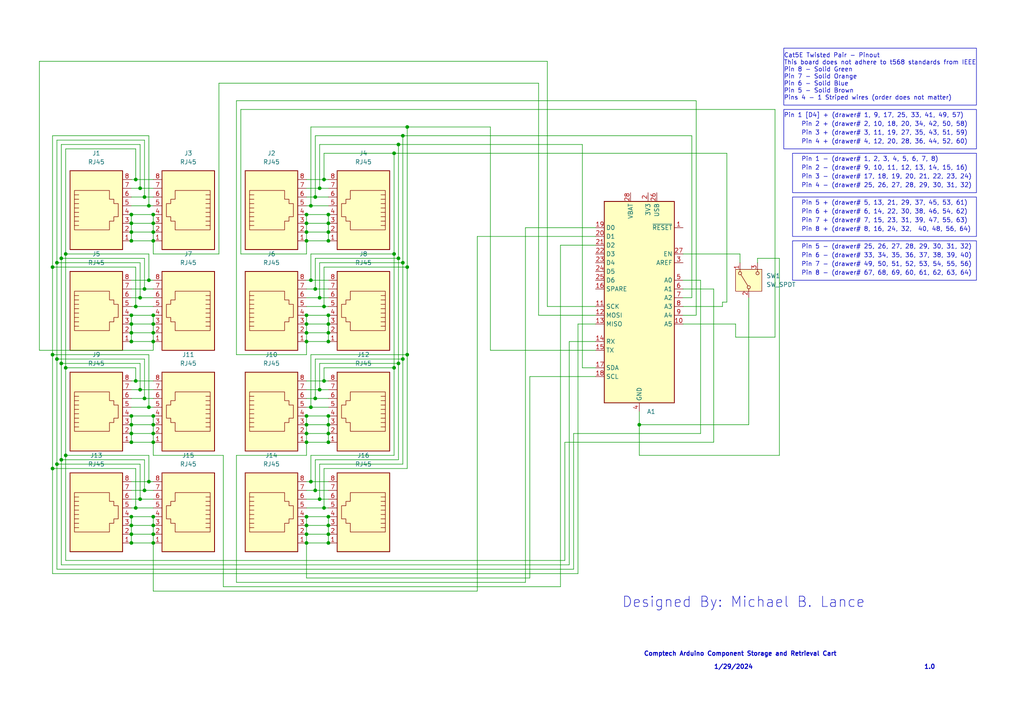
<source format=kicad_sch>
(kicad_sch (version 20230121) (generator eeschema)
  (paper "A4")
  (lib_symbols
    (symbol "Connector:RJ45" (pin_names (offset 1.016))
      (property "Reference" "J" (at -5.08 13.97 0))
      (property "Value" "RJ45" (at 2.54 13.97 0))
      (symbol "RJ45_0_1"
        (polyline (pts (xy -5.08 4.445) (xy -6.35 4.445)))
        (polyline (pts (xy -5.08 5.715) (xy -6.35 5.715)))
        (polyline (pts (xy -6.35 -3.175) (xy -5.08 -3.175) (xy -5.08 -3.175)))
        (polyline (pts (xy -6.35 -1.905) (xy -5.08 -1.905) (xy -5.08 -1.905)))
        (polyline (pts (xy -6.35 -0.635) (xy -5.08 -0.635) (xy -5.08 -0.635)))
        (polyline (pts (xy -6.35 0.635) (xy -5.08 0.635) (xy -5.08 0.635)))
        (polyline (pts (xy -6.35 1.905) (xy -5.08 1.905) (xy -5.08 1.905)))
        (polyline (pts (xy -5.08 3.175) (xy -6.35 3.175) (xy -6.35 3.175)))
        (polyline (pts (xy -6.35 -4.445) (xy -6.35 6.985) (xy 3.81 6.985) (xy 3.81 4.445) (xy 5.08 4.445) (xy 5.08 3.175) (xy 6.35 3.175) (xy 6.35 -0.635) (xy 5.08 -0.635) (xy 5.08 -1.905) (xy 3.81 -1.905) (xy 3.81 -4.445) (xy -6.35 -4.445) (xy -6.35 -4.445)))
        (rectangle (start 7.62 12.7) (end -7.62 -10.16) (stroke (width 0.254)) (fill (type background)))
      )
      (symbol "RJ45_1_1"
        (pin passive line (at 10.16 -7.62 180) (length 2.54) (name "~") (number "1"))
        (pin passive line (at 10.16 -5.08 180) (length 2.54) (name "~") (number "2"))
        (pin passive line (at 10.16 -2.54 180) (length 2.54) (name "~") (number "3"))
        (pin passive line (at 10.16 0 180) (length 2.54) (name "~") (number "4"))
        (pin passive line (at 10.16 2.54 180) (length 2.54) (name "~") (number "5"))
        (pin passive line (at 10.16 5.08 180) (length 2.54) (name "~") (number "6"))
        (pin passive line (at 10.16 7.62 180) (length 2.54) (name "~") (number "7"))
        (pin passive line (at 10.16 10.16 180) (length 2.54) (name "~") (number "8"))
      )
    )
    (symbol "MCU_Module:Adafruit_Feather_Generic"
      (property "Reference" "A" (at -10.16 29.21 0))
      (property "Value" "Adafruit_Feather_Generic" (at 2.54 -31.75 0))
      (symbol "Adafruit_Feather_Generic_0_1"
        (rectangle (start -10.16 27.94) (end 10.16 -30.48) (stroke (width 0.254)) (fill (type background)))
      )
      (symbol "Adafruit_Feather_Generic_1_1"
        (pin input line (at 12.7 20.32 180) (length 2.54) (name "~{RESET}") (number "1"))
        (pin bidirectional line (at 12.7 -7.62 180) (length 2.54) (name "A5") (number "10"))
        (pin bidirectional line (at -12.7 -2.54 0) (length 2.54) (name "SCK") (number "11"))
        (pin bidirectional line (at -12.7 -5.08 0) (length 2.54) (name "MOSI") (number "12"))
        (pin bidirectional line (at -12.7 -7.62 0) (length 2.54) (name "MISO") (number "13"))
        (pin bidirectional line (at -12.7 -12.7 0) (length 2.54) (name "RX") (number "14"))
        (pin bidirectional line (at -12.7 -15.24 0) (length 2.54) (name "TX") (number "15"))
        (pin bidirectional line (at -12.7 2.54 0) (length 2.54) (name "SPARE") (number "16"))
        (pin bidirectional line (at -12.7 -20.32 0) (length 2.54) (name "SDA") (number "17"))
        (pin bidirectional line (at -12.7 -22.86 0) (length 2.54) (name "SCL") (number "18"))
        (pin bidirectional line (at -12.7 20.32 0) (length 2.54) (name "D0") (number "19"))
        (pin power_in line (at 2.54 30.48 270) (length 2.54) (name "3V3") (number "2"))
        (pin bidirectional line (at -12.7 17.78 0) (length 2.54) (name "D1") (number "20"))
        (pin bidirectional line (at -12.7 15.24 0) (length 2.54) (name "D2") (number "21"))
        (pin bidirectional line (at -12.7 12.7 0) (length 2.54) (name "D3") (number "22"))
        (pin bidirectional line (at -12.7 10.16 0) (length 2.54) (name "D4") (number "23"))
        (pin bidirectional line (at -12.7 7.62 0) (length 2.54) (name "D5") (number "24"))
        (pin bidirectional line (at -12.7 5.08 0) (length 2.54) (name "D6") (number "25"))
        (pin power_in line (at 5.08 30.48 270) (length 2.54) (name "USB") (number "26"))
        (pin input line (at 12.7 12.7 180) (length 2.54) (name "EN") (number "27"))
        (pin power_in line (at -2.54 30.48 270) (length 2.54) (name "VBAT") (number "28"))
        (pin input line (at 12.7 10.16 180) (length 2.54) (name "AREF") (number "3"))
        (pin power_in line (at 0 -33.02 90) (length 2.54) (name "GND") (number "4"))
        (pin bidirectional line (at 12.7 5.08 180) (length 2.54) (name "A0") (number "5"))
        (pin bidirectional line (at 12.7 2.54 180) (length 2.54) (name "A1") (number "6"))
        (pin bidirectional line (at 12.7 0 180) (length 2.54) (name "A2") (number "7"))
        (pin bidirectional line (at 12.7 -2.54 180) (length 2.54) (name "A3") (number "8"))
        (pin bidirectional line (at 12.7 -5.08 180) (length 2.54) (name "A4") (number "9"))
      )
    )
    (symbol "Switch:SW_SPDT" (pin_names (offset 0) hide)
      (property "Reference" "SW" (at 0 5.08 0))
      (property "Value" "SW_SPDT" (at 0 -5.08 0))
      (symbol "SW_SPDT_0_1"
        (circle (center -2.032 0) (radius 0.4572))
        (polyline (pts (xy -1.651 0.254) (xy 1.651 2.286)))
        (circle (center 2.032 -2.54) (radius 0.4572))
        (circle (center 2.032 2.54) (radius 0.4572))
      )
      (symbol "SW_SPDT_1_1"
        (rectangle (start -3.175 3.81) (end 3.175 -3.81) (fill (type background)))
        (pin passive line (at 5.08 2.54 180) (length 2.54) (name "A") (number "1"))
        (pin passive line (at -5.08 0 0) (length 2.54) (name "B") (number "2"))
        (pin passive line (at 5.08 -2.54 180) (length 2.54) (name "C") (number "3"))
      )
    )
  )
  (junction (at 38.1 99.06))
  (junction (at 95.25 123.19))
  (junction (at 38.1 67.31))
  (junction (at 44.45 96.52))
  (junction (at 38.1 157.48))
  (junction (at 88.9 157.48))
  (junction (at 38.1 125.73))
  (junction (at 88.9 62.23))
  (junction (at 95.25 125.73))
  (junction (at 95.25 96.52))
  (junction (at 19.05 132.08))
  (junction (at 88.9 154.94))
  (junction (at 114.3 44.45))
  (junction (at 116.84 104.14))
  (junction (at 40.64 144.78))
  (junction (at 185.42 123.19))
  (junction (at 44.45 62.23))
  (junction (at 118.11 36.83))
  (junction (at 44.45 69.85))
  (junction (at 15.24 135.89))
  (junction (at 41.91 83.82))
  (junction (at 44.45 93.98))
  (junction (at 38.1 91.44))
  (junction (at 115.57 74.93))
  (junction (at 95.25 120.65))
  (junction (at 88.9 125.73))
  (junction (at 95.25 91.44))
  (junction (at 91.44 83.82))
  (junction (at 88.9 123.19))
  (junction (at 115.57 105.41))
  (junction (at 90.17 59.69))
  (junction (at 16.51 76.2))
  (junction (at 92.71 86.36))
  (junction (at 95.25 154.94))
  (junction (at 15.24 102.87))
  (junction (at 17.78 105.41))
  (junction (at 88.9 96.52))
  (junction (at 88.9 67.31))
  (junction (at 88.9 149.86))
  (junction (at 95.25 152.4))
  (junction (at 41.91 142.24))
  (junction (at 95.25 69.85))
  (junction (at 40.64 54.61))
  (junction (at 41.91 57.15))
  (junction (at 44.45 128.27))
  (junction (at 38.1 64.77))
  (junction (at 95.25 157.48))
  (junction (at 44.45 154.94))
  (junction (at 92.71 144.78))
  (junction (at 95.25 149.86))
  (junction (at 116.84 39.37))
  (junction (at 19.05 73.66))
  (junction (at 38.1 152.4))
  (junction (at 118.11 102.87))
  (junction (at 92.71 113.03))
  (junction (at 90.17 81.28))
  (junction (at 17.78 74.93))
  (junction (at 38.1 96.52))
  (junction (at 39.37 147.32))
  (junction (at 39.37 110.49))
  (junction (at 43.18 139.7))
  (junction (at 38.1 93.98))
  (junction (at 90.17 139.7))
  (junction (at 95.25 93.98))
  (junction (at 19.05 106.68))
  (junction (at 43.18 81.28))
  (junction (at 93.98 110.49))
  (junction (at 116.84 76.2))
  (junction (at 44.45 120.65))
  (junction (at 38.1 120.65))
  (junction (at 44.45 152.4))
  (junction (at 88.9 64.77))
  (junction (at 91.44 142.24))
  (junction (at 44.45 64.77))
  (junction (at 114.3 73.66))
  (junction (at 44.45 125.73))
  (junction (at 40.64 113.03))
  (junction (at 40.64 86.36))
  (junction (at 88.9 91.44))
  (junction (at 44.45 123.19))
  (junction (at 88.9 99.06))
  (junction (at 43.18 118.11))
  (junction (at 115.57 41.91))
  (junction (at 95.25 64.77))
  (junction (at 15.24 77.47))
  (junction (at 88.9 120.65))
  (junction (at 44.45 99.06))
  (junction (at 38.1 154.94))
  (junction (at 16.51 104.14))
  (junction (at 38.1 62.23))
  (junction (at 92.71 54.61))
  (junction (at 39.37 88.9))
  (junction (at 91.44 57.15))
  (junction (at 43.18 59.69))
  (junction (at 16.51 134.62))
  (junction (at 88.9 93.98))
  (junction (at 44.45 91.44))
  (junction (at 88.9 152.4))
  (junction (at 118.11 77.47))
  (junction (at 93.98 88.9))
  (junction (at 95.25 128.27))
  (junction (at 38.1 149.86))
  (junction (at 90.17 118.11))
  (junction (at 91.44 115.57))
  (junction (at 44.45 157.48))
  (junction (at 44.45 67.31))
  (junction (at 114.3 106.68))
  (junction (at 38.1 128.27))
  (junction (at 95.25 67.31))
  (junction (at 41.91 115.57))
  (junction (at 44.45 149.86))
  (junction (at 93.98 52.07))
  (junction (at 95.25 62.23))
  (junction (at 38.1 123.19))
  (junction (at 95.25 99.06))
  (junction (at 39.37 52.07))
  (junction (at 88.9 69.85))
  (junction (at 38.1 69.85))
  (junction (at 93.98 147.32))
  (junction (at 17.78 133.35))
  (junction (at 88.9 128.27))
  (wire (pts (xy 88.9 167.64) (xy 153.67 167.64)))
  (wire (pts (xy 224.79 97.79) (xy 213.36 97.79)))
  (wire (pts (xy 38.1 57.15) (xy 41.91 57.15)))
  (wire (pts (xy 200.66 39.37) (xy 200.66 86.36)))
  (wire (pts (xy 152.4 66.04) (xy 172.72 66.04)))
  (wire (pts (xy 16.51 165.1) (xy 166.37 165.1)))
  (wire (pts (xy 11.43 101.6) (xy 44.45 101.6)))
  (wire (pts (xy 95.25 62.23) (xy 95.25 64.77)))
  (wire (pts (xy 165.1 99.06) (xy 172.72 99.06)))
  (wire (pts (xy 163.83 128.27) (xy 207.01 128.27)))
  (wire (pts (xy 16.51 40.64) (xy 41.91 40.64)))
  (wire (pts (xy 118.11 135.89) (xy 118.11 102.87)))
  (wire (pts (xy 38.1 149.86) (xy 38.1 152.4)))
  (wire (pts (xy 16.51 134.62) (xy 16.51 165.1)))
  (wire (pts (xy 88.9 96.52) (xy 95.25 96.52)))
  (wire (pts (xy 115.57 41.91) (xy 168.91 41.91)))
  (wire (pts (xy 38.1 128.27) (xy 44.45 128.27)))
  (wire (pts (xy 88.9 123.19) (xy 88.9 125.73)))
  (wire (pts (xy 88.9 83.82) (xy 91.44 83.82)))
  (wire (pts (xy 44.45 91.44) (xy 44.45 93.98)))
  (wire (pts (xy 217.17 123.19) (xy 185.42 123.19)))
  (wire (pts (xy 88.9 102.87) (xy 68.58 102.87)))
  (wire (pts (xy 88.9 81.28) (xy 90.17 81.28)))
  (wire (pts (xy 38.1 67.31) (xy 38.1 69.85)))
  (wire (pts (xy 40.64 41.91) (xy 17.78 41.91)))
  (wire (pts (xy 43.18 132.08) (xy 43.18 139.7)))
  (wire (pts (xy 201.93 91.44) (xy 198.12 91.44)))
  (wire (pts (xy 219.71 76.2) (xy 219.71 74.93)))
  (wire (pts (xy 90.17 118.11) (xy 95.25 118.11)))
  (wire (pts (xy 38.1 152.4) (xy 38.1 154.94)))
  (wire (pts (xy 88.9 69.85) (xy 88.9 73.66)))
  (wire (pts (xy 210.82 44.45) (xy 210.82 87.63)))
  (wire (pts (xy 44.45 99.06) (xy 44.45 101.6)))
  (wire (pts (xy 88.9 147.32) (xy 93.98 147.32)))
  (wire (pts (xy 95.25 91.44) (xy 95.25 93.98)))
  (wire (pts (xy 88.9 93.98) (xy 95.25 93.98)))
  (wire (pts (xy 38.1 118.11) (xy 43.18 118.11)))
  (wire (pts (xy 162.56 170.18) (xy 162.56 71.12)))
  (wire (pts (xy 201.93 29.21) (xy 201.93 91.44)))
  (wire (pts (xy 91.44 142.24) (xy 95.25 142.24)))
  (wire (pts (xy 116.84 39.37) (xy 200.66 39.37)))
  (wire (pts (xy 114.3 44.45) (xy 114.3 73.66)))
  (wire (pts (xy 95.25 120.65) (xy 95.25 123.19)))
  (wire (pts (xy 88.9 113.03) (xy 92.71 113.03)))
  (wire (pts (xy 92.71 113.03) (xy 95.25 113.03)))
  (wire (pts (xy 41.91 133.35) (xy 41.91 142.24)))
  (wire (pts (xy 153.67 109.22) (xy 172.72 109.22)))
  (wire (pts (xy 38.1 154.94) (xy 44.45 154.94)))
  (wire (pts (xy 43.18 73.66) (xy 19.05 73.66)))
  (wire (pts (xy 38.1 154.94) (xy 38.1 157.48)))
  (wire (pts (xy 68.58 168.91) (xy 152.4 168.91)))
  (wire (pts (xy 152.4 168.91) (xy 152.4 66.04)))
  (wire (pts (xy 38.1 67.31) (xy 44.45 67.31)))
  (wire (pts (xy 43.18 102.87) (xy 15.24 102.87)))
  (wire (pts (xy 43.18 39.37) (xy 43.18 59.69)))
  (wire (pts (xy 38.1 93.98) (xy 38.1 96.52)))
  (wire (pts (xy 95.25 93.98) (xy 95.25 96.52)))
  (wire (pts (xy 38.1 125.73) (xy 38.1 128.27)))
  (wire (pts (xy 115.57 133.35) (xy 115.57 105.41)))
  (wire (pts (xy 38.1 113.03) (xy 40.64 113.03)))
  (wire (pts (xy 114.3 73.66) (xy 90.17 73.66)))
  (wire (pts (xy 156.21 91.44) (xy 172.72 91.44)))
  (wire (pts (xy 88.9 115.57) (xy 91.44 115.57)))
  (wire (pts (xy 16.51 76.2) (xy 16.51 104.14)))
  (wire (pts (xy 92.71 134.62) (xy 92.71 144.78)))
  (wire (pts (xy 16.51 134.62) (xy 40.64 134.62)))
  (wire (pts (xy 118.11 102.87) (xy 90.17 102.87)))
  (wire (pts (xy 88.9 142.24) (xy 91.44 142.24)))
  (wire (pts (xy 90.17 59.69) (xy 95.25 59.69)))
  (wire (pts (xy 90.17 81.28) (xy 95.25 81.28)))
  (wire (pts (xy 41.91 83.82) (xy 44.45 83.82)))
  (wire (pts (xy 63.5 24.13) (xy 63.5 73.66)))
  (wire (pts (xy 88.9 128.27) (xy 95.25 128.27)))
  (wire (pts (xy 91.44 133.35) (xy 115.57 133.35)))
  (wire (pts (xy 41.91 104.14) (xy 16.51 104.14)))
  (wire (pts (xy 43.18 139.7) (xy 44.45 139.7)))
  (wire (pts (xy 115.57 74.93) (xy 115.57 105.41)))
  (wire (pts (xy 92.71 76.2) (xy 92.71 86.36)))
  (wire (pts (xy 19.05 132.08) (xy 19.05 162.56)))
  (wire (pts (xy 91.44 115.57) (xy 95.25 115.57)))
  (wire (pts (xy 90.17 132.08) (xy 90.17 139.7)))
  (wire (pts (xy 44.45 69.85) (xy 44.45 73.66)))
  (wire (pts (xy 38.1 62.23) (xy 38.1 64.77)))
  (wire (pts (xy 90.17 73.66) (xy 90.17 81.28)))
  (wire (pts (xy 142.24 101.6) (xy 172.72 101.6)))
  (wire (pts (xy 88.9 73.66) (xy 69.85 73.66)))
  (wire (pts (xy 17.78 105.41) (xy 17.78 133.35)))
  (wire (pts (xy 92.71 86.36) (xy 95.25 86.36)))
  (wire (pts (xy 88.9 62.23) (xy 95.25 62.23)))
  (wire (pts (xy 95.25 123.19) (xy 95.25 125.73)))
  (wire (pts (xy 11.43 17.78) (xy 158.75 17.78)))
  (wire (pts (xy 209.55 87.63) (xy 209.55 88.9)))
  (wire (pts (xy 38.1 59.69) (xy 43.18 59.69)))
  (wire (pts (xy 88.9 120.65) (xy 95.25 120.65)))
  (wire (pts (xy 92.71 41.91) (xy 92.71 54.61)))
  (wire (pts (xy 39.37 135.89) (xy 15.24 135.89)))
  (wire (pts (xy 92.71 144.78) (xy 95.25 144.78)))
  (wire (pts (xy 39.37 88.9) (xy 44.45 88.9)))
  (wire (pts (xy 114.3 106.68) (xy 114.3 132.08)))
  (wire (pts (xy 210.82 87.63) (xy 209.55 87.63)))
  (wire (pts (xy 93.98 147.32) (xy 95.25 147.32)))
  (wire (pts (xy 19.05 106.68) (xy 39.37 106.68)))
  (wire (pts (xy 88.9 157.48) (xy 95.25 157.48)))
  (wire (pts (xy 17.78 74.93) (xy 41.91 74.93)))
  (wire (pts (xy 38.1 142.24) (xy 41.91 142.24)))
  (wire (pts (xy 15.24 102.87) (xy 15.24 135.89)))
  (wire (pts (xy 118.11 77.47) (xy 118.11 102.87)))
  (wire (pts (xy 63.5 24.13) (xy 156.21 24.13)))
  (wire (pts (xy 44.45 73.66) (xy 63.5 73.66)))
  (wire (pts (xy 116.84 76.2) (xy 116.84 104.14)))
  (wire (pts (xy 43.18 132.08) (xy 19.05 132.08)))
  (wire (pts (xy 93.98 110.49) (xy 93.98 106.68)))
  (wire (pts (xy 213.36 97.79) (xy 213.36 93.98)))
  (wire (pts (xy 88.9 125.73) (xy 88.9 128.27)))
  (wire (pts (xy 91.44 104.14) (xy 116.84 104.14)))
  (wire (pts (xy 88.9 149.86) (xy 95.25 149.86)))
  (wire (pts (xy 64.77 132.08) (xy 64.77 170.18)))
  (wire (pts (xy 38.1 147.32) (xy 39.37 147.32)))
  (wire (pts (xy 41.91 115.57) (xy 44.45 115.57)))
  (wire (pts (xy 116.84 134.62) (xy 92.71 134.62)))
  (wire (pts (xy 40.64 105.41) (xy 17.78 105.41)))
  (wire (pts (xy 19.05 43.18) (xy 39.37 43.18)))
  (wire (pts (xy 38.1 144.78) (xy 40.64 144.78)))
  (wire (pts (xy 166.37 125.73) (xy 203.2 125.73)))
  (wire (pts (xy 88.9 157.48) (xy 88.9 167.64)))
  (wire (pts (xy 88.9 139.7) (xy 90.17 139.7)))
  (wire (pts (xy 88.9 154.94) (xy 95.25 154.94)))
  (wire (pts (xy 95.25 152.4) (xy 95.25 154.94)))
  (wire (pts (xy 38.1 52.07) (xy 39.37 52.07)))
  (wire (pts (xy 43.18 81.28) (xy 44.45 81.28)))
  (wire (pts (xy 88.9 64.77) (xy 95.25 64.77)))
  (wire (pts (xy 38.1 64.77) (xy 44.45 64.77)))
  (wire (pts (xy 156.21 24.13) (xy 156.21 91.44)))
  (wire (pts (xy 41.91 57.15) (xy 44.45 57.15)))
  (wire (pts (xy 38.1 125.73) (xy 44.45 125.73)))
  (wire (pts (xy 91.44 57.15) (xy 95.25 57.15)))
  (wire (pts (xy 92.71 105.41) (xy 115.57 105.41)))
  (wire (pts (xy 38.1 64.77) (xy 38.1 67.31)))
  (wire (pts (xy 69.85 31.75) (xy 69.85 73.66)))
  (wire (pts (xy 88.9 96.52) (xy 88.9 99.06)))
  (wire (pts (xy 93.98 135.89) (xy 93.98 147.32)))
  (wire (pts (xy 43.18 73.66) (xy 43.18 81.28)))
  (wire (pts (xy 92.71 113.03) (xy 92.71 105.41)))
  (wire (pts (xy 38.1 123.19) (xy 44.45 123.19)))
  (wire (pts (xy 15.24 39.37) (xy 43.18 39.37)))
  (wire (pts (xy 91.44 74.93) (xy 91.44 83.82)))
  (wire (pts (xy 168.91 41.91) (xy 168.91 106.68)))
  (wire (pts (xy 40.64 144.78) (xy 44.45 144.78)))
  (wire (pts (xy 90.17 139.7) (xy 95.25 139.7)))
  (wire (pts (xy 92.71 54.61) (xy 95.25 54.61)))
  (wire (pts (xy 44.45 62.23) (xy 44.45 64.77)))
  (wire (pts (xy 93.98 88.9) (xy 95.25 88.9)))
  (wire (pts (xy 38.1 120.65) (xy 44.45 120.65)))
  (wire (pts (xy 116.84 39.37) (xy 91.44 39.37)))
  (wire (pts (xy 44.45 132.08) (xy 64.77 132.08)))
  (wire (pts (xy 158.75 88.9) (xy 172.72 88.9)))
  (wire (pts (xy 88.9 64.77) (xy 88.9 67.31)))
  (wire (pts (xy 95.25 154.94) (xy 95.25 157.48)))
  (wire (pts (xy 185.42 119.38) (xy 185.42 123.19)))
  (wire (pts (xy 142.24 36.83) (xy 142.24 101.6)))
  (wire (pts (xy 38.1 83.82) (xy 41.91 83.82)))
  (wire (pts (xy 38.1 62.23) (xy 44.45 62.23)))
  (wire (pts (xy 213.36 93.98) (xy 198.12 93.98)))
  (wire (pts (xy 116.84 39.37) (xy 116.84 76.2)))
  (wire (pts (xy 214.63 76.2) (xy 214.63 73.66)))
  (wire (pts (xy 68.58 29.21) (xy 201.93 29.21)))
  (wire (pts (xy 16.51 104.14) (xy 16.51 134.62)))
  (wire (pts (xy 88.9 57.15) (xy 91.44 57.15)))
  (wire (pts (xy 88.9 54.61) (xy 92.71 54.61)))
  (wire (pts (xy 44.45 149.86) (xy 44.45 152.4)))
  (wire (pts (xy 38.1 110.49) (xy 39.37 110.49)))
  (wire (pts (xy 114.3 73.66) (xy 114.3 106.68)))
  (wire (pts (xy 209.55 88.9) (xy 198.12 88.9)))
  (wire (pts (xy 44.45 125.73) (xy 44.45 128.27)))
  (wire (pts (xy 44.45 154.94) (xy 44.45 157.48)))
  (wire (pts (xy 17.78 74.93) (xy 17.78 105.41)))
  (wire (pts (xy 40.64 86.36) (xy 44.45 86.36)))
  (wire (pts (xy 118.11 77.47) (xy 93.98 77.47)))
  (wire (pts (xy 40.64 105.41) (xy 40.64 113.03)))
  (wire (pts (xy 41.91 104.14) (xy 41.91 115.57)))
  (wire (pts (xy 88.9 93.98) (xy 88.9 96.52)))
  (wire (pts (xy 44.45 171.45) (xy 138.43 171.45)))
  (wire (pts (xy 167.64 166.37) (xy 15.24 166.37)))
  (wire (pts (xy 38.1 152.4) (xy 44.45 152.4)))
  (wire (pts (xy 41.91 142.24) (xy 44.45 142.24)))
  (wire (pts (xy 118.11 36.83) (xy 142.24 36.83)))
  (wire (pts (xy 39.37 135.89) (xy 39.37 147.32)))
  (wire (pts (xy 38.1 96.52) (xy 38.1 99.06)))
  (wire (pts (xy 115.57 41.91) (xy 92.71 41.91)))
  (wire (pts (xy 226.06 74.93) (xy 226.06 132.08)))
  (wire (pts (xy 91.44 39.37) (xy 91.44 57.15)))
  (wire (pts (xy 88.9 67.31) (xy 95.25 67.31)))
  (wire (pts (xy 41.91 40.64) (xy 41.91 57.15)))
  (wire (pts (xy 88.9 120.65) (xy 88.9 123.19)))
  (wire (pts (xy 203.2 81.28) (xy 198.12 81.28)))
  (wire (pts (xy 158.75 17.78) (xy 158.75 88.9)))
  (wire (pts (xy 15.24 77.47) (xy 15.24 39.37)))
  (wire (pts (xy 93.98 135.89) (xy 118.11 135.89)))
  (wire (pts (xy 207.01 83.82) (xy 198.12 83.82)))
  (wire (pts (xy 17.78 133.35) (xy 17.78 163.83)))
  (wire (pts (xy 40.64 76.2) (xy 40.64 86.36)))
  (wire (pts (xy 38.1 91.44) (xy 44.45 91.44)))
  (wire (pts (xy 91.44 83.82) (xy 95.25 83.82)))
  (wire (pts (xy 88.9 91.44) (xy 88.9 93.98)))
  (wire (pts (xy 19.05 73.66) (xy 19.05 106.68)))
  (wire (pts (xy 95.25 125.73) (xy 95.25 128.27)))
  (wire (pts (xy 44.45 123.19) (xy 44.45 125.73)))
  (wire (pts (xy 91.44 133.35) (xy 91.44 142.24)))
  (wire (pts (xy 40.64 41.91) (xy 40.64 54.61)))
  (wire (pts (xy 88.9 62.23) (xy 88.9 64.77)))
  (wire (pts (xy 219.71 74.93) (xy 226.06 74.93)))
  (wire (pts (xy 88.9 99.06) (xy 88.9 102.87)))
  (wire (pts (xy 163.83 162.56) (xy 163.83 128.27)))
  (wire (pts (xy 185.42 123.19) (xy 185.42 132.08)))
  (wire (pts (xy 93.98 110.49) (xy 95.25 110.49)))
  (wire (pts (xy 44.45 120.65) (xy 44.45 123.19)))
  (wire (pts (xy 88.9 59.69) (xy 90.17 59.69)))
  (wire (pts (xy 43.18 59.69) (xy 44.45 59.69)))
  (wire (pts (xy 44.45 152.4) (xy 44.45 154.94)))
  (wire (pts (xy 88.9 86.36) (xy 92.71 86.36)))
  (wire (pts (xy 39.37 43.18) (xy 39.37 52.07)))
  (wire (pts (xy 43.18 102.87) (xy 43.18 118.11)))
  (wire (pts (xy 88.9 144.78) (xy 92.71 144.78)))
  (wire (pts (xy 90.17 36.83) (xy 118.11 36.83)))
  (wire (pts (xy 39.37 106.68) (xy 39.37 110.49)))
  (wire (pts (xy 44.45 93.98) (xy 44.45 96.52)))
  (wire (pts (xy 38.1 139.7) (xy 43.18 139.7)))
  (wire (pts (xy 88.9 152.4) (xy 95.25 152.4)))
  (wire (pts (xy 167.64 93.98) (xy 172.72 93.98)))
  (wire (pts (xy 38.1 99.06) (xy 44.45 99.06)))
  (wire (pts (xy 38.1 93.98) (xy 44.45 93.98)))
  (wire (pts (xy 19.05 73.66) (xy 19.05 43.18)))
  (wire (pts (xy 115.57 41.91) (xy 115.57 74.93)))
  (wire (pts (xy 93.98 44.45) (xy 93.98 52.07)))
  (wire (pts (xy 39.37 77.47) (xy 15.24 77.47)))
  (wire (pts (xy 44.45 67.31) (xy 44.45 69.85)))
  (wire (pts (xy 88.9 123.19) (xy 95.25 123.19)))
  (wire (pts (xy 93.98 106.68) (xy 114.3 106.68)))
  (wire (pts (xy 11.43 101.6) (xy 11.43 17.78)))
  (wire (pts (xy 40.64 76.2) (xy 16.51 76.2)))
  (wire (pts (xy 39.37 77.47) (xy 39.37 88.9)))
  (wire (pts (xy 88.9 152.4) (xy 88.9 154.94)))
  (wire (pts (xy 38.1 115.57) (xy 41.91 115.57)))
  (wire (pts (xy 88.9 110.49) (xy 93.98 110.49)))
  (wire (pts (xy 68.58 29.21) (xy 68.58 102.87)))
  (wire (pts (xy 68.58 132.08) (xy 68.58 168.91)))
  (wire (pts (xy 88.9 128.27) (xy 88.9 132.08)))
  (wire (pts (xy 44.45 157.48) (xy 44.45 171.45)))
  (wire (pts (xy 93.98 77.47) (xy 93.98 88.9)))
  (wire (pts (xy 91.44 115.57) (xy 91.44 104.14)))
  (wire (pts (xy 91.44 74.93) (xy 115.57 74.93)))
  (wire (pts (xy 90.17 102.87) (xy 90.17 118.11)))
  (wire (pts (xy 153.67 167.64) (xy 153.67 109.22)))
  (wire (pts (xy 17.78 133.35) (xy 41.91 133.35)))
  (wire (pts (xy 88.9 67.31) (xy 88.9 69.85)))
  (wire (pts (xy 165.1 163.83) (xy 165.1 99.06)))
  (wire (pts (xy 88.9 118.11) (xy 90.17 118.11)))
  (wire (pts (xy 44.45 128.27) (xy 44.45 132.08)))
  (wire (pts (xy 138.43 171.45) (xy 138.43 68.58)))
  (wire (pts (xy 88.9 99.06) (xy 95.25 99.06)))
  (wire (pts (xy 95.25 67.31) (xy 95.25 69.85)))
  (wire (pts (xy 118.11 36.83) (xy 118.11 77.47)))
  (wire (pts (xy 114.3 132.08) (xy 90.17 132.08)))
  (wire (pts (xy 39.37 110.49) (xy 44.45 110.49)))
  (wire (pts (xy 40.64 134.62) (xy 40.64 144.78)))
  (wire (pts (xy 19.05 162.56) (xy 163.83 162.56)))
  (wire (pts (xy 92.71 76.2) (xy 116.84 76.2)))
  (wire (pts (xy 44.45 64.77) (xy 44.45 67.31)))
  (wire (pts (xy 38.1 91.44) (xy 38.1 93.98)))
  (wire (pts (xy 69.85 31.75) (xy 224.79 31.75)))
  (wire (pts (xy 224.79 31.75) (xy 224.79 97.79)))
  (wire (pts (xy 38.1 54.61) (xy 40.64 54.61)))
  (wire (pts (xy 68.58 132.08) (xy 88.9 132.08)))
  (wire (pts (xy 38.1 69.85) (xy 44.45 69.85)))
  (wire (pts (xy 168.91 106.68) (xy 172.72 106.68)))
  (wire (pts (xy 38.1 96.52) (xy 44.45 96.52)))
  (wire (pts (xy 162.56 71.12) (xy 172.72 71.12)))
  (wire (pts (xy 88.9 154.94) (xy 88.9 157.48)))
  (wire (pts (xy 40.64 113.03) (xy 44.45 113.03)))
  (wire (pts (xy 38.1 81.28) (xy 43.18 81.28)))
  (wire (pts (xy 38.1 157.48) (xy 44.45 157.48)))
  (wire (pts (xy 16.51 76.2) (xy 16.51 40.64)))
  (wire (pts (xy 88.9 125.73) (xy 95.25 125.73)))
  (wire (pts (xy 166.37 165.1) (xy 166.37 125.73)))
  (wire (pts (xy 88.9 91.44) (xy 95.25 91.44)))
  (wire (pts (xy 95.25 64.77) (xy 95.25 67.31)))
  (wire (pts (xy 207.01 128.27) (xy 207.01 83.82)))
  (wire (pts (xy 38.1 123.19) (xy 38.1 125.73)))
  (wire (pts (xy 43.18 118.11) (xy 44.45 118.11)))
  (wire (pts (xy 116.84 104.14) (xy 116.84 134.62)))
  (wire (pts (xy 38.1 149.86) (xy 44.45 149.86)))
  (wire (pts (xy 38.1 86.36) (xy 40.64 86.36)))
  (wire (pts (xy 167.64 166.37) (xy 167.64 93.98)))
  (wire (pts (xy 217.17 86.36) (xy 217.17 123.19)))
  (wire (pts (xy 19.05 132.08) (xy 19.05 106.68)))
  (wire (pts (xy 88.9 149.86) (xy 88.9 152.4)))
  (wire (pts (xy 17.78 163.83) (xy 165.1 163.83)))
  (wire (pts (xy 88.9 69.85) (xy 95.25 69.85)))
  (wire (pts (xy 114.3 44.45) (xy 210.82 44.45)))
  (wire (pts (xy 95.25 96.52) (xy 95.25 99.06)))
  (wire (pts (xy 95.25 149.86) (xy 95.25 152.4)))
  (wire (pts (xy 93.98 44.45) (xy 114.3 44.45)))
  (wire (pts (xy 17.78 41.91) (xy 17.78 74.93)))
  (wire (pts (xy 64.77 170.18) (xy 162.56 170.18)))
  (wire (pts (xy 226.06 132.08) (xy 185.42 132.08)))
  (wire (pts (xy 38.1 120.65) (xy 38.1 123.19)))
  (wire (pts (xy 214.63 73.66) (xy 198.12 73.66)))
  (wire (pts (xy 90.17 36.83) (xy 90.17 59.69)))
  (wire (pts (xy 41.91 74.93) (xy 41.91 83.82)))
  (wire (pts (xy 88.9 52.07) (xy 93.98 52.07)))
  (wire (pts (xy 15.24 135.89) (xy 15.24 166.37)))
  (wire (pts (xy 39.37 52.07) (xy 44.45 52.07)))
  (wire (pts (xy 93.98 52.07) (xy 95.25 52.07)))
  (wire (pts (xy 40.64 54.61) (xy 44.45 54.61)))
  (wire (pts (xy 200.66 86.36) (xy 198.12 86.36)))
  (wire (pts (xy 88.9 88.9) (xy 93.98 88.9)))
  (wire (pts (xy 15.24 77.47) (xy 15.24 102.87)))
  (wire (pts (xy 38.1 88.9) (xy 39.37 88.9)))
  (wire (pts (xy 39.37 147.32) (xy 44.45 147.32)))
  (wire (pts (xy 138.43 68.58) (xy 172.72 68.58)))
  (wire (pts (xy 44.45 96.52) (xy 44.45 99.06)))
  (wire (pts (xy 203.2 125.73) (xy 203.2 81.28)))
  (rectangle (start 227.33 13.97) (end 283.21 30.48))
  (rectangle (start 229.87 57.15) (end 283.21 68.58))
  (rectangle (start 229.87 69.85) (end 283.21 81.28))
  (rectangle (start 227.33 31.75) (end 283.21 43.18))
  (rectangle (start 229.87 44.45) (end 283.21 55.88))
  (text "Pin 8 - (drawer# 67, 68, 69, 60, 61, 62, 63, 64)" (at 232.41 80.01 0) (effects (font (size 1.27 1.27)) (justify left bottom)))
  (text "Pin 6 - (drawer# 33, 34, 35, 36, 37, 38, 39, 40)" (at 232.41 74.93 0) (effects (font (size 1.27 1.27)) (justify left bottom)))
  (text "Cat5E Twisted Pair - Pinout\nThis board does not adhere to t568 standards from IEEE\nPin 8 - Solid Green\nPin 7 - Solid Orange\nPin 6 - Solid Blue\nPin 5 - Solid Brown\nPins 4 - 1 Striped wires (order does not matter)" (at 227.33 29.21 0) (effects (font (size 1.27 1.27)) (justify left bottom)))
  (text "Pin 2 + (drawer# 2, 10, 18, 20, 34, 42, 50, 58)\n" (at 232.41 36.83 0) (effects (font (size 1.27 1.27)) (justify left bottom)))
  (text "Pin 5 + (drawer# 5, 13, 21, 29, 37, 45, 53, 61)" (at 232.41 59.69 0) (effects (font (size 1.27 1.27)) (justify left bottom)))
  (text "1.0\n" (at 267.97 194.31 0) (effects (font (size 1.27 1.27) bold) (justify left bottom)))
  (text "Pin 3 + (drawer# 3, 11, 19, 27, 35, 43, 51, 59)" (at 232.41 39.37 0) (effects (font (size 1.27 1.27)) (justify left bottom)))
  (text "Pin 1 - (drawer# 1, 2, 3, 4, 5, 6, 7, 8)" (at 232.41 46.99 0) (effects (font (size 1.27 1.27)) (justify left bottom)))
  (text "Pin 1 [D4] + (drawer# 1, 9, 17, 25, 33, 41, 49, 57)" (at 227.33 34.29 0) (effects (font (size 1.27 1.27)) (justify left bottom)))
  (text "Pin 4 + (drawer# 4, 12, 20, 28, 36, 44, 52, 60)" (at 232.41 41.91 0) (effects (font (size 1.27 1.27)) (justify left bottom)))
  (text "1/29/2024\n" (at 207.01 194.31 0) (effects (font (size 1.27 1.27) bold) (justify left bottom)))
  (text "Pin 7 + (drawer# 7, 15, 23, 31, 39, 47, 55, 63)" (at 232.41 64.77 0) (effects (font (size 1.27 1.27)) (justify left bottom)))
  (text "Pin 3 - (drawer# 17, 18, 19, 20, 21, 22, 23, 24)" (at 232.41 52.07 0) (effects (font (size 1.27 1.27)) (justify left bottom)))
  (text "Pin 8 + (drawer# 8, 16, 24, 32,  40, 48, 56, 64)" (at 232.41 67.31 0) (effects (font (size 1.27 1.27)) (justify left bottom)))
  (text "Designed By: Michael B. Lance" (at 180.34 176.53 0) (effects (font (size 3 3)) (justify left bottom)))
  (text "Comptech Arduino Component Storage and Retrieval Cart" (at 186.69 190.5 0) (effects (font (size 1.27 1.27) (thickness 0.254) bold) (justify left bottom)))
  (text "Pin 5 - (drawer# 25, 26, 27, 28, 29, 30, 31, 32)" (at 232.41 72.39 0) (effects (font (size 1.27 1.27)) (justify left bottom)))
  (text "Pin 2 - (drawer# 9, 10, 11, 12, 13, 14, 15, 16)\n" (at 232.41 49.53 0) (effects (font (size 1.27 1.27)) (justify left bottom)))
  (text "Pin 6 + (drawer# 6, 14, 22, 30, 38, 46, 54, 62)" (at 232.41 62.23 0) (effects (font (size 1.27 1.27)) (justify left bottom)))
  (text "Pin 4 - (drawer# 25, 26, 27, 28, 29, 30, 31, 32)" (at 232.41 54.61 0) (effects (font (size 1.27 1.27)) (justify left bottom)))
  (text "Pin 7 - (drawer# 49, 50, 51, 52, 53, 54, 55, 56)" (at 232.41 77.47 0) (effects (font (size 1.27 1.27)) (justify left bottom)))
  (symbol (lib_id "MCU_Module:Adafruit_Feather_Generic") (at 185.42 86.36 0) (unit 1)
    (property "Reference" "A1" (at 187.6141 119.38 0) (effects (justify left)))
    (property "Value" "Adafruit_Feather_NRF52840 Express" (effects hide))
    (property "Footprint" "Module:Adafruit_Feather" (effects hide))
    (property "Datasheet" "https://cdn-learn.adafruit.com/downloads/pdf/adafruit-feather.pdf" (effects hide))
  )
  (symbol (lib_id "Connector:RJ45") (at 78.74 120.65 0) (unit 1)
    (property "Reference" "J10" (at 78.74 102.87 0))
    (property "Value" "RJ45" (at 78.74 105.41 0))
    (property "Footprint" "Connector_RJ:RJ45_OST_PJ012-8P8CX_Vertical" (effects hide))
  )
  (symbol (lib_id "Connector:RJ45") (at 105.41 149.86 0) (mirror y) (unit 1)
    (property "Reference" "J16" (at 105.41 132.08 0))
    (property "Value" "RJ45" (at 105.41 134.62 0))
    (property "Footprint" "Connector_RJ:RJ45_OST_PJ012-8P8CX_Vertical" (effects hide))
  )
  (symbol (lib_id "Switch:SW_SPDT") (at 217.17 81.28 90) (unit 1)
    (property "Reference" "SW1" (at 222.25 80.01 90) (effects (justify right)))
    (property "Value" "SW_SPDT" (at 222.25 82.55 90) (effects (justify right)))
    (property "Footprint" "Connector_PinHeader_2.54mm:PinHeader_1x03_P2.54mm_Vertical" (effects hide))
  )
  (symbol (lib_id "Connector:RJ45") (at 105.41 91.44 0) (mirror y) (unit 1)
    (property "Reference" "J8" (at 105.41 73.66 0))
    (property "Value" "RJ45" (at 105.41 76.2 0))
    (property "Footprint" "Connector_RJ:RJ45_OST_PJ012-8P8CX_Vertical" (effects hide))
  )
  (symbol (lib_id "Connector:RJ45") (at 54.61 91.44 0) (mirror y) (unit 1)
    (property "Reference" "J7" (at 54.61 73.66 0))
    (property "Value" "RJ45" (at 54.61 76.2 0))
    (property "Footprint" "Connector_RJ:RJ45_OST_PJ012-8P8CX_Vertical" (effects hide))
  )
  (symbol (lib_id "Connector:RJ45") (at 78.74 62.23 0) (unit 1)
    (property "Reference" "J2" (at 78.74 44.45 0))
    (property "Value" "RJ45" (at 78.74 46.99 0))
    (property "Footprint" "Connector_RJ:RJ45_OST_PJ012-8P8CX_Vertical" (effects hide))
  )
  (symbol (lib_id "Connector:RJ45") (at 78.74 91.44 0) (unit 1)
    (property "Reference" "J6" (at 78.74 73.66 0))
    (property "Value" "RJ45" (at 78.74 76.2 0))
    (property "Footprint" "Connector_RJ:RJ45_OST_PJ012-8P8CX_Vertical" (effects hide))
  )
  (symbol (lib_id "Connector:RJ45") (at 27.94 149.86 0) (unit 1)
    (property "Reference" "J13" (at 27.94 132.08 0))
    (property "Value" "RJ45" (at 27.94 134.62 0))
    (property "Footprint" "Connector_RJ:RJ45_OST_PJ012-8P8CX_Vertical" (effects hide))
  )
  (symbol (lib_id "Connector:RJ45") (at 27.94 62.23 0) (unit 1)
    (property "Reference" "J1" (at 27.94 44.45 0))
    (property "Value" "RJ45" (at 27.94 46.99 0))
    (property "Footprint" "Connector_RJ:RJ45_OST_PJ012-8P8CX_Vertical" (effects hide))
  )
  (symbol (lib_id "Connector:RJ45") (at 54.61 149.86 0) (mirror y) (unit 1)
    (property "Reference" "J15" (at 54.61 132.08 0))
    (property "Value" "RJ45" (at 54.61 134.62 0))
    (property "Footprint" "Connector_RJ:RJ45_OST_PJ012-8P8CX_Vertical" (effects hide))
  )
  (symbol (lib_id "Connector:RJ45") (at 78.74 149.86 0) (unit 1)
    (property "Reference" "J14" (at 78.74 132.08 0))
    (property "Value" "RJ45" (at 78.74 134.62 0))
    (property "Footprint" "Connector_RJ:RJ45_OST_PJ012-8P8CX_Vertical" (effects hide))
  )
  (symbol (lib_id "Connector:RJ45") (at 27.94 91.44 0) (unit 1)
    (property "Reference" "J5" (at 27.94 73.66 0))
    (property "Value" "RJ45" (at 27.94 76.2 0))
    (property "Footprint" "Connector_RJ:RJ45_OST_PJ012-8P8CX_Vertical" (effects hide))
  )
  (symbol (lib_id "Connector:RJ45") (at 105.41 62.23 0) (mirror y) (unit 1)
    (property "Reference" "J4" (at 105.41 44.45 0))
    (property "Value" "RJ45" (at 105.41 46.99 0))
    (property "Footprint" "Connector_RJ:RJ45_OST_PJ012-8P8CX_Vertical" (effects hide))
  )
  (symbol (lib_id "Connector:RJ45") (at 54.61 62.23 0) (mirror y) (unit 1)
    (property "Reference" "J3" (at 54.61 44.45 0))
    (property "Value" "RJ45" (at 54.61 46.99 0))
    (property "Footprint" "Connector_RJ:RJ45_OST_PJ012-8P8CX_Vertical" (effects hide))
  )
  (symbol (lib_id "Connector:RJ45") (at 27.94 120.65 0) (unit 1)
    (property "Reference" "J9" (at 27.94 102.87 0))
    (property "Value" "RJ45" (at 27.94 105.41 0))
    (property "Footprint" "Connector_RJ:RJ45_OST_PJ012-8P8CX_Vertical" (effects hide))
  )
  (symbol (lib_id "Connector:RJ45") (at 54.61 120.65 0) (mirror y) (unit 1)
    (property "Reference" "J11" (at 54.61 102.87 0))
    (property "Value" "RJ45" (at 54.61 105.41 0))
    (property "Footprint" "Connector_RJ:RJ45_OST_PJ012-8P8CX_Vertical" (effects hide))
  )
  (symbol (lib_id "Connector:RJ45") (at 105.41 120.65 0) (mirror y) (unit 1)
    (property "Reference" "J12" (at 105.41 102.87 0))
    (property "Value" "RJ45" (at 105.41 105.41 0))
    (property "Footprint" "Connector_RJ:RJ45_OST_PJ012-8P8CX_Vertical" (effects hide))
  )
)
</source>
